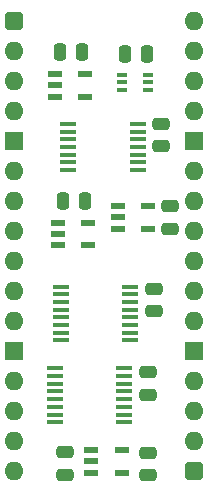
<source format=gts>
%TF.GenerationSoftware,KiCad,Pcbnew,8.0.7*%
%TF.CreationDate,2025-01-05T17:23:33+02:00*%
%TF.ProjectId,SD Card Write Signals,53442043-6172-4642-9057-726974652053,V0*%
%TF.SameCoordinates,Original*%
%TF.FileFunction,Soldermask,Top*%
%TF.FilePolarity,Negative*%
%FSLAX46Y46*%
G04 Gerber Fmt 4.6, Leading zero omitted, Abs format (unit mm)*
G04 Created by KiCad (PCBNEW 8.0.7) date 2025-01-05 17:23:33*
%MOMM*%
%LPD*%
G01*
G04 APERTURE LIST*
G04 Aperture macros list*
%AMRoundRect*
0 Rectangle with rounded corners*
0 $1 Rounding radius*
0 $2 $3 $4 $5 $6 $7 $8 $9 X,Y pos of 4 corners*
0 Add a 4 corners polygon primitive as box body*
4,1,4,$2,$3,$4,$5,$6,$7,$8,$9,$2,$3,0*
0 Add four circle primitives for the rounded corners*
1,1,$1+$1,$2,$3*
1,1,$1+$1,$4,$5*
1,1,$1+$1,$6,$7*
1,1,$1+$1,$8,$9*
0 Add four rect primitives between the rounded corners*
20,1,$1+$1,$2,$3,$4,$5,0*
20,1,$1+$1,$4,$5,$6,$7,0*
20,1,$1+$1,$6,$7,$8,$9,0*
20,1,$1+$1,$8,$9,$2,$3,0*%
G04 Aperture macros list end*
%ADD10RoundRect,0.250000X0.250000X0.475000X-0.250000X0.475000X-0.250000X-0.475000X0.250000X-0.475000X0*%
%ADD11R,0.875000X0.450000*%
%ADD12R,1.250000X0.600000*%
%ADD13RoundRect,0.400000X-0.400000X-0.400000X0.400000X-0.400000X0.400000X0.400000X-0.400000X0.400000X0*%
%ADD14O,1.600000X1.600000*%
%ADD15R,1.600000X1.600000*%
%ADD16RoundRect,0.250000X-0.475000X0.250000X-0.475000X-0.250000X0.475000X-0.250000X0.475000X0.250000X0*%
%ADD17R,1.450000X0.450000*%
%ADD18RoundRect,0.250000X0.475000X-0.250000X0.475000X0.250000X-0.475000X0.250000X-0.475000X-0.250000X0*%
%ADD19R,1.475000X0.450000*%
%ADD20R,1.150000X0.600000*%
G04 APERTURE END LIST*
D10*
%TO.C,C6*%
X11221000Y-2794000D03*
X9321000Y-2794000D03*
%TD*%
D11*
%TO.C,IC8*%
X9148000Y-4557000D03*
X9148000Y-5207000D03*
X9148000Y-5857000D03*
X11272000Y-5857000D03*
X11272000Y-5207000D03*
X11272000Y-4557000D03*
%TD*%
D12*
%TO.C,IC7*%
X3449000Y-4511000D03*
X3449000Y-5461000D03*
X3449000Y-6411000D03*
X5949000Y-6411000D03*
X5949000Y-4511000D03*
%TD*%
D10*
%TO.C,C7*%
X5760000Y-2667000D03*
X3860000Y-2667000D03*
%TD*%
D13*
%TO.C,J1*%
X0Y0D03*
D14*
X0Y-2540000D03*
X0Y-5080000D03*
X0Y-7620000D03*
D15*
X0Y-10160000D03*
D14*
X0Y-12700000D03*
X0Y-15240000D03*
X0Y-17780000D03*
X0Y-20320000D03*
X0Y-22860000D03*
X0Y-25400000D03*
D15*
X0Y-27940000D03*
D14*
X0Y-30480000D03*
X0Y-33020000D03*
X0Y-35560000D03*
X0Y-38100000D03*
D13*
X15240000Y-38100000D03*
D14*
X15240000Y-35560000D03*
X15240000Y-33020000D03*
X15240000Y-30480000D03*
D15*
X15240000Y-27940000D03*
D14*
X15240000Y-25400000D03*
X15240000Y-22860000D03*
X15240000Y-20320000D03*
X15240000Y-17780000D03*
X15240000Y-15240000D03*
X15240000Y-12700000D03*
D15*
X15240000Y-10160000D03*
D14*
X15240000Y-7620000D03*
X15240000Y-5080000D03*
X15240000Y-2540000D03*
X15240000Y0D03*
%TD*%
D10*
%TO.C,C5*%
X6014000Y-15240000D03*
X4114000Y-15240000D03*
%TD*%
D16*
%TO.C,C1*%
X11303000Y-29744000D03*
X11303000Y-31644000D03*
%TD*%
%TO.C,C3*%
X13208000Y-15703000D03*
X13208000Y-17603000D03*
%TD*%
D17*
%TO.C,IC2*%
X3933000Y-22490000D03*
X3933000Y-23140000D03*
X3933000Y-23790000D03*
X3933000Y-24440000D03*
X3933000Y-25090000D03*
X3933000Y-25740000D03*
X3933000Y-26390000D03*
X3933000Y-27040000D03*
X9783000Y-27040000D03*
X9783000Y-26390000D03*
X9783000Y-25740000D03*
X9783000Y-25090000D03*
X9783000Y-24440000D03*
X9783000Y-23790000D03*
X9783000Y-23140000D03*
X9783000Y-22490000D03*
%TD*%
D12*
%TO.C,IC9*%
X8783000Y-15687000D03*
X8783000Y-16637000D03*
X8783000Y-17587000D03*
X11283000Y-17587000D03*
X11283000Y-15687000D03*
%TD*%
D18*
%TO.C,C11*%
X11333000Y-38470000D03*
X11333000Y-36570000D03*
%TD*%
D19*
%TO.C,IC4*%
X4555000Y-8718000D03*
X4555000Y-9368000D03*
X4555000Y-10018000D03*
X4555000Y-10668000D03*
X4555000Y-11318000D03*
X4555000Y-11968000D03*
X4555000Y-12618000D03*
X10431000Y-12618000D03*
X10431000Y-11968000D03*
X10431000Y-11318000D03*
X10431000Y-10668000D03*
X10431000Y-10018000D03*
X10431000Y-9368000D03*
X10431000Y-8718000D03*
%TD*%
D20*
%TO.C,IC1*%
X6477000Y-36332000D03*
X6477000Y-37282000D03*
X6477000Y-38232000D03*
X9077000Y-38232000D03*
X9077000Y-36332000D03*
%TD*%
D12*
%TO.C,IC3*%
X3703000Y-17084000D03*
X3703000Y-18034000D03*
X3703000Y-18984000D03*
X6203000Y-18984000D03*
X6203000Y-17084000D03*
%TD*%
D16*
%TO.C,C4*%
X12446000Y-8718000D03*
X12446000Y-10618000D03*
%TD*%
D18*
%TO.C,C10*%
X4259000Y-38420000D03*
X4259000Y-36520000D03*
%TD*%
D17*
%TO.C,IC5*%
X3425000Y-29419000D03*
X3425000Y-30069000D03*
X3425000Y-30719000D03*
X3425000Y-31369000D03*
X3425000Y-32019000D03*
X3425000Y-32669000D03*
X3425000Y-33319000D03*
X3425000Y-33969000D03*
X9275000Y-33969000D03*
X9275000Y-33319000D03*
X9275000Y-32669000D03*
X9275000Y-32019000D03*
X9275000Y-31369000D03*
X9275000Y-30719000D03*
X9275000Y-30069000D03*
X9275000Y-29419000D03*
%TD*%
D16*
%TO.C,C2*%
X11811000Y-22688000D03*
X11811000Y-24588000D03*
%TD*%
M02*

</source>
